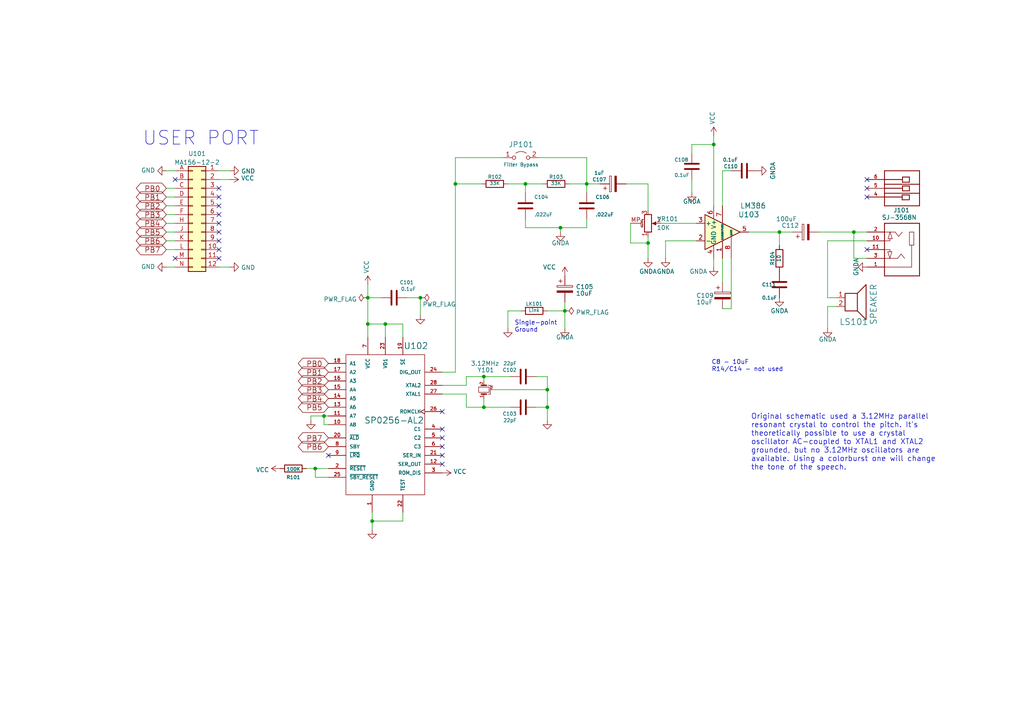
<source format=kicad_sch>
(kicad_sch (version 20211123) (generator eeschema)
  (paper "A4")
  (title_block (title "VIC1214Reloaded") (date "2022-07-16") (rev "1.0-001") (comment 1 "Speech processor board for the VIC-20") (comment 2 "Reusing the VIC-1214 designator, although not known if it was produced."))
  (lib_symbols
    (symbol "Amplifier_Audio:LM386" (pin_names (offset 0.127))
      (property "Reference" "U" (at 1.27 7.62 0))
      (property "Value" "LM386" (at 1.27 5.08 0))
      (symbol "LM386_0_1"
        (polyline (pts (xy 5.08 0) (xy -5.08 5.08) (xy -5.08 -5.08) (xy 5.08 0)) (stroke (width 0.254)) (fill (type background)))
      )
      (symbol "LM386_1_1"
        (pin input line (at 0 -7.62 90) (length 5.08) (name "GAIN") (number "1"))
        (pin input line (at -7.62 -2.54 0) (length 2.54) (name "-") (number "2"))
        (pin input line (at -7.62 2.54 0) (length 2.54) (name "+") (number "3"))
        (pin power_in line (at -2.54 -7.62 90) (length 3.81) (name "GND") (number "4"))
        (pin output line (at 7.62 0 180) (length 2.54) (name "~") (number "5"))
        (pin power_in line (at -2.54 7.62 270) (length 3.81) (name "V+") (number "6"))
        (pin input line (at 0 7.62 270) (length 5.08) (name "BYPASS") (number "7"))
        (pin input line (at 2.54 -7.62 90) (length 6.35) (name "GAIN") (number "8"))
      )
    )
    (symbol "Device:C" (pin_numbers hide) (pin_names (offset 0.254))
      (property "Reference" "C" (at 0.635 2.54 0))
      (property "Value" "C" (at 0.635 -2.54 0))
      (symbol "C_0_1"
        (polyline (pts (xy -2.032 -0.762) (xy 2.032 -0.762)) (stroke (width 0.508)))
        (polyline (pts (xy -2.032 0.762) (xy 2.032 0.762)) (stroke (width 0.508)))
      )
      (symbol "C_1_1"
        (pin passive line (at 0 3.81 270) (length 2.794) (name "~") (number "1"))
        (pin passive line (at 0 -3.81 90) (length 2.794) (name "~") (number "2"))
      )
    )
    (symbol "Device:C_Polarized" (pin_numbers hide) (pin_names (offset 0.254))
      (property "Reference" "C" (at 0.635 2.54 0))
      (property "Value" "C_Polarized" (at 0.635 -2.54 0))
      (symbol "C_Polarized_0_1"
        (rectangle (start -2.286 0.508) (end 2.286 1.016))
        (polyline (pts (xy -1.778 2.286) (xy -0.762 2.286)))
        (polyline (pts (xy -1.27 2.794) (xy -1.27 1.778)))
        (rectangle (start 2.286 -0.508) (end -2.286 -1.016) (fill (type outline)))
      )
      (symbol "C_Polarized_1_1"
        (pin passive line (at 0 3.81 270) (length 2.794) (name "~") (number "1"))
        (pin passive line (at 0 -3.81 90) (length 2.794) (name "~") (number "2"))
      )
    )
    (symbol "Device:Crystal_GND3_Small" (pin_names (offset 1.016) hide)
      (property "Reference" "Y" (at 0 5.08 0))
      (property "Value" "Crystal_GND3_Small" (at 0 3.175 0))
      (symbol "Crystal_GND3_Small_0_1"
        (rectangle (start -0.762 -1.524) (end 0.762 1.524))
        (polyline (pts (xy -1.27 -0.762) (xy -1.27 0.762)) (stroke (width 0.381)))
        (polyline (pts (xy 1.27 -0.762) (xy 1.27 0.762)) (stroke (width 0.381)))
        (polyline (pts (xy -1.27 -1.27) (xy -1.27 -1.905) (xy 1.27 -1.905) (xy 1.27 -1.27)))
      )
      (symbol "Crystal_GND3_Small_1_1"
        (pin passive line (at -2.54 0 0) (length 1.27) (name "1") (number "1"))
        (pin passive line (at 2.54 0 180) (length 1.27) (name "2") (number "2"))
        (pin passive line (at 0 -2.54 90) (length 0.635) (name "3") (number "3"))
      )
    )
    (symbol "Device:R" (pin_numbers hide) (pin_names (offset 0))
      (property "Reference" "R" (at 2.032 0 90))
      (property "Value" "R" (at 0 0 90))
      (symbol "R_0_1"
        (rectangle (start -1.016 -2.54) (end 1.016 2.54) (stroke (width 0.254)))
      )
      (symbol "R_1_1"
        (pin passive line (at 0 3.81 270) (length 1.27) (name "~") (number "1"))
        (pin passive line (at 0 -3.81 90) (length 1.27) (name "~") (number "2"))
      )
    )
    (symbol "Device:R_Potentiometer_MountingPin" (pin_names (offset 1.016) hide)
      (property "Reference" "RV" (at -8.255 0 90))
      (property "Value" "R_Potentiometer_MountingPin" (at -6.35 0 90))
      (symbol "R_Potentiometer_MountingPin_0_1"
        (polyline (pts (xy 2.54 0) (xy 1.524 0)))
        (polyline (pts (xy 1.143 0) (xy 2.286 0.508) (xy 2.286 -0.508)) (fill (type outline)))
        (rectangle (start 1.016 2.54) (end -1.016 -2.54) (stroke (width 0.254)))
      )
      (symbol "R_Potentiometer_MountingPin_1_1"
        (polyline (pts (xy -2.032 1.016) (xy -2.032 -1.016)) (stroke (width 0.1524)))
        (text "Mounting" (at -1.651 0 900) (effects (font (size 0.381 0.381))))
        (pin passive line (at 0 3.81 270) (length 1.27) (name "1") (number "1"))
        (pin passive line (at 3.81 0 180) (length 1.27) (name "2") (number "2"))
        (pin passive line (at 0 -3.81 90) (length 1.27) (name "3") (number "3"))
        (pin passive line (at -5.08 0 0) (length 3.048) (name "MountPin") (number "MP"))
      )
    )
    (symbol "Device:Speaker" (pin_names (offset 0) hide)
      (property "Reference" "LS" (at 1.27 5.715 0))
      (property "Value" "Speaker" (at 1.27 3.81 0))
      (symbol "Speaker_0_0"
        (rectangle (start -2.54 1.27) (end 1.016 -3.81) (stroke (width 0.254)))
        (polyline (pts (xy 1.016 1.27) (xy 3.556 3.81) (xy 3.556 -6.35) (xy 1.016 -3.81)) (stroke (width 0.254)))
      )
      (symbol "Speaker_1_1"
        (pin input line (at -5.08 0 0) (length 2.54) (name "1") (number "1"))
        (pin input line (at -5.08 -2.54 0) (length 2.54) (name "2") (number "2"))
      )
    )
    (symbol "Jumper:Jumper_2_Open" (pin_names (offset 0) hide)
      (property "Reference" "JP" (at 0 2.794 0))
      (property "Value" "Jumper_2_Open" (at 0 -2.286 0))
      (symbol "Jumper_2_Open_0_0"
        (circle (center -2.032 0) (radius 0.508))
        (circle (center 2.032 0) (radius 0.508))
      )
      (symbol "Jumper_2_Open_0_1"
        (arc (start 1.524 1.27) (mid 0 1.778) (end -1.524 1.27))
      )
      (symbol "Jumper_2_Open_1_1"
        (pin passive line (at -5.08 0 0) (length 2.54) (name "A") (number "1"))
        (pin passive line (at 5.08 0 180) (length 2.54) (name "B") (number "2"))
      )
    )
    (symbol "RAC_Custom2:MA156-12-2"
      (property "Reference" "U" (at 0 0 0))
      (property "Value" "MA156-12-2" (at 0 0 0))
      (symbol "MA156-12-2_1_1"
        (rectangle (start -2.54 2.667) (end -1.27 2.413) (stroke (width 0.1524)))
        (rectangle (start -2.54 5.207) (end -1.27 4.953) (stroke (width 0.1524)))
        (rectangle (start -2.54 7.747) (end -1.27 7.493) (stroke (width 0.1524)))
        (rectangle (start -2.54 10.287) (end -1.27 10.033) (stroke (width 0.1524)))
        (rectangle (start -2.54 12.827) (end -1.27 12.573) (stroke (width 0.1524)))
        (rectangle (start -2.54 15.367) (end -1.27 15.113) (stroke (width 0.1524)))
        (rectangle (start -2.54 17.907) (end -1.27 17.653) (stroke (width 0.1524)))
        (rectangle (start -2.54 20.447) (end -1.27 20.193) (stroke (width 0.1524)))
        (rectangle (start -2.54 22.987) (end -1.27 22.733) (stroke (width 0.1524)))
        (rectangle (start -2.54 25.527) (end -1.27 25.273) (stroke (width 0.1524)))
        (rectangle (start -2.54 28.067) (end -1.27 27.813) (stroke (width 0.1524)))
        (rectangle (start -2.54 30.607) (end -1.27 30.353) (stroke (width 0.1524)))
        (rectangle (start -2.54 31.75) (end 2.54 1.27) (stroke (width 0.254)) (fill (type background)))
        (rectangle (start 2.54 2.667) (end 1.27 2.413) (stroke (width 0.1524)))
        (rectangle (start 2.54 5.207) (end 1.27 4.953) (stroke (width 0.1524)))
        (rectangle (start 2.54 7.747) (end 1.27 7.493) (stroke (width 0.1524)))
        (rectangle (start 2.54 10.287) (end 1.27 10.033) (stroke (width 0.1524)))
        (rectangle (start 2.54 12.827) (end 1.27 12.573) (stroke (width 0.1524)))
        (rectangle (start 2.54 15.367) (end 1.27 15.113) (stroke (width 0.1524)))
        (rectangle (start 2.54 17.907) (end 1.27 17.653) (stroke (width 0.1524)))
        (rectangle (start 2.54 20.447) (end 1.27 20.193) (stroke (width 0.1524)))
        (rectangle (start 2.54 22.987) (end 1.27 22.733) (stroke (width 0.1524)))
        (rectangle (start 2.54 25.527) (end 1.27 25.273) (stroke (width 0.1524)))
        (rectangle (start 2.54 28.067) (end 1.27 27.813) (stroke (width 0.1524)))
        (rectangle (start 2.54 30.607) (end 1.27 30.353) (stroke (width 0.1524)))
        (pin passive line (at 6.35 30.48 180) (length 3.81) (name "") (number "1"))
        (pin passive line (at 6.35 7.62 180) (length 3.81) (name "") (number "10"))
        (pin passive line (at 6.35 5.08 180) (length 3.81) (name "") (number "11"))
        (pin passive line (at 6.35 2.54 180) (length 3.81) (name "") (number "12"))
        (pin passive line (at 6.35 27.94 180) (length 3.81) (name "") (number "2"))
        (pin passive line (at 6.35 25.4 180) (length 3.81) (name "") (number "3"))
        (pin passive line (at 6.35 22.86 180) (length 3.81) (name "") (number "4"))
        (pin passive line (at 6.35 20.32 180) (length 3.81) (name "") (number "5"))
        (pin passive line (at 6.35 17.78 180) (length 3.81) (name "") (number "6"))
        (pin passive line (at 6.35 15.24 180) (length 3.81) (name "") (number "7"))
        (pin passive line (at 6.35 12.7 180) (length 3.81) (name "") (number "8"))
        (pin passive line (at 6.35 10.16 180) (length 3.81) (name "") (number "9"))
        (pin passive line (at -6.35 30.48 0) (length 3.81) (name "") (number "A"))
        (pin passive line (at -6.35 27.94 0) (length 3.81) (name "") (number "B"))
        (pin passive line (at -6.35 25.4 0) (length 3.81) (name "") (number "C"))
        (pin passive line (at -6.35 22.86 0) (length 3.81) (name "") (number "D"))
        (pin passive line (at -6.35 20.32 0) (length 3.81) (name "") (number "E"))
        (pin passive line (at -6.35 17.78 0) (length 3.81) (name "") (number "F"))
        (pin passive line (at -6.35 15.24 0) (length 3.81) (name "") (number "H"))
        (pin passive line (at -6.35 12.7 0) (length 3.81) (name "") (number "J"))
        (pin passive line (at -6.35 10.16 0) (length 3.81) (name "") (number "K"))
        (pin passive line (at -6.35 7.62 0) (length 3.81) (name "") (number "L"))
        (pin passive line (at -6.35 5.08 0) (length 3.81) (name "") (number "M"))
        (pin passive line (at -6.35 2.54 0) (length 3.81) (name "") (number "N"))
      )
    )
    (symbol "RAC_Custom2:SP0256-AL2" (pin_names (offset 1.016))
      (property "Reference" "U2" (at 8.89 22.86 0))
      (property "Value" "SP0256-AL2" (at 2.54 1.27 0))
      (symbol "SP0256-AL2_0_0"
        (pin passive line (at -3.81 -25.4 90) (length 5.08) (name "GND") (number "1"))
        (pin input line (at -16.51 0 0) (length 5.08) (name "A8") (number "10"))
        (pin input line (at -16.51 2.54 0) (length 5.08) (name "A7") (number "11"))
        (pin output line (at 16.51 -11.43 180) (length 5.08) (name "SER_OUT") (number "12"))
        (pin passive line (at 5.08 25.4 270) (length 5.08) (name "SE") (number "19"))
        (pin passive line (at -16.51 -12.7 0) (length 5.08) (name "~{RESET}") (number "2"))
        (pin input line (at 16.51 -8.89 180) (length 5.08) (name "SER_IN") (number "21"))
        (pin passive line (at 5.08 -25.4 90) (length 5.08) (name "TEST") (number "22"))
        (pin passive line (at 0 25.4 270) (length 5.08) (name "VD1") (number "23"))
        (pin output line (at 16.51 15.24 180) (length 5.08) (name "DIG_OUT") (number "24"))
        (pin passive line (at -16.51 -15.24 0) (length 5.08) (name "~{SBY_RESET}") (number "25"))
        (pin output clock (at 16.51 3.81 180) (length 5.08) (name "ROMCLK") (number "26"))
        (pin passive line (at 16.51 8.89 180) (length 5.08) (name "XTAL1") (number "27"))
        (pin passive line (at 16.51 11.43 180) (length 5.08) (name "XTAL2") (number "28"))
        (pin input line (at 16.51 -13.97 180) (length 5.08) (name "ROM_DIS") (number "3"))
        (pin input line (at 16.51 -1.27 180) (length 5.08) (name "C1") (number "4"))
        (pin input line (at 16.51 -3.81 180) (length 5.08) (name "C2") (number "5"))
        (pin input line (at 16.51 -6.35 180) (length 5.08) (name "C3") (number "6"))
        (pin power_in line (at -5.08 25.4 270) (length 5.08) (name "VCC") (number "7"))
        (pin passive line (at -16.51 -6.35 0) (length 5.08) (name "SBY") (number "8"))
      )
      (symbol "SP0256-AL2_0_1"
        (rectangle (start -11.43 20.32) (end 11.43 -20.32))
      )
      (symbol "SP0256-AL2_1_1"
        (pin input line (at -16.51 5.08 0) (length 5.08) (name "A6") (number "13"))
        (pin input line (at -16.51 7.62 0) (length 5.08) (name "A5") (number "14"))
        (pin input line (at -16.51 10.16 0) (length 5.08) (name "A4") (number "15"))
        (pin input line (at -16.51 12.7 0) (length 5.08) (name "A3") (number "16"))
        (pin input line (at -16.51 15.24 0) (length 5.08) (name "A2") (number "17"))
        (pin input line (at -16.51 17.78 0) (length 5.08) (name "A1") (number "18"))
        (pin input line (at -16.51 -3.81 0) (length 5.08) (name "~{ALD}") (number "20"))
        (pin input line (at -16.51 -8.89 0) (length 5.08) (name "~{LRQ}") (number "9"))
      )
    )
    (symbol "SJ-3568N:SJ-3568N" (pin_names (offset 1.016) hide)
      (property "Reference" "J" (at -5.1054 15.9004 0))
      (property "Value" "SJ-3568N" (at -5.1054 -17.8308 0))
      (symbol "SJ-3568N_0_0"
        (polyline (pts (xy -5.1054 -8.7122) (xy 5.0038 -8.7122)) (stroke (width 0.254)))
        (polyline (pts (xy -5.08 -15.24) (xy 5.08 -15.24)) (stroke (width 0.254)))
        (polyline (pts (xy -5.08 -5.08) (xy -5.08 -15.24)) (stroke (width 0.254)))
        (polyline (pts (xy -5.08 0) (xy 5.08 0)) (stroke (width 0.254)))
        (polyline (pts (xy -5.08 15.24) (xy -5.08 0)) (stroke (width 0.254)))
        (polyline (pts (xy -3.429 2.54) (xy -2.159 2.54)) (stroke (width 0.1524)))
        (polyline (pts (xy -3.429 6.35) (xy -3.429 2.54)) (stroke (width 0.1524)))
        (polyline (pts (xy -2.794 6.35) (xy -3.429 6.35)) (stroke (width 0.1524)))
        (polyline (pts (xy -2.794 6.35) (xy -2.794 12.7)) (stroke (width 0.1524)))
        (polyline (pts (xy -2.794 12.7) (xy 5.08 12.7)) (stroke (width 0.1524)))
        (polyline (pts (xy -2.159 2.54) (xy -2.159 6.35)) (stroke (width 0.1524)))
        (polyline (pts (xy -2.159 6.35) (xy -2.794 6.35)) (stroke (width 0.1524)))
        (polyline (pts (xy -2.1336 -13.4112) (xy -2.1336 -11.9126)) (stroke (width 0.254)))
        (polyline (pts (xy -2.1336 -11.9126) (xy -0.1524 -11.9126)) (stroke (width 0.254)))
        (polyline (pts (xy -2.1336 -10.8204) (xy -2.1336 -9.4234)) (stroke (width 0.254)))
        (polyline (pts (xy -2.1336 -9.4234) (xy -0.1524 -9.4234)) (stroke (width 0.254)))
        (polyline (pts (xy -2.1336 -6.8326) (xy -2.1336 -8.2296)) (stroke (width 0.254)))
        (polyline (pts (xy -2.032 -8.2296) (xy -0.0508 -8.2296)) (stroke (width 0.254)))
        (polyline (pts (xy -0.1524 -13.4112) (xy -2.1336 -13.4112)) (stroke (width 0.254)))
        (polyline (pts (xy -0.1524 -11.9126) (xy -0.1524 -13.4112)) (stroke (width 0.254)))
        (polyline (pts (xy -0.1524 -10.8204) (xy -2.1336 -10.8204)) (stroke (width 0.254)))
        (polyline (pts (xy -0.1524 -9.4234) (xy -0.1524 -10.8204)) (stroke (width 0.254)))
        (polyline (pts (xy -0.0762 2.54) (xy 0.9652 3.81)) (stroke (width 0.1524)))
        (polyline (pts (xy -0.0508 -8.2296) (xy -0.0508 -6.8326)) (stroke (width 0.254)))
        (polyline (pts (xy -0.0508 -6.8326) (xy -2.032 -6.8326)) (stroke (width 0.254)))
        (polyline (pts (xy 0 -12.7) (xy 5.08 -12.7)) (stroke (width 0.254)))
        (polyline (pts (xy 0 -10.16) (xy 5.08 -10.16)) (stroke (width 0.254)))
        (polyline (pts (xy 0 -7.62) (xy 5.08 -7.62)) (stroke (width 0.254)))
        (polyline (pts (xy 0.254 8.89) (xy -0.762 10.16)) (stroke (width 0.1524)))
        (polyline (pts (xy 0.9652 3.81) (xy 1.9812 2.54)) (stroke (width 0.1524)))
        (polyline (pts (xy 1.27 10.16) (xy 0.254 8.89)) (stroke (width 0.1524)))
        (polyline (pts (xy 2.8448 4.4704) (xy 3.4544 2.54)) (stroke (width 0.1524)))
        (polyline (pts (xy 2.8448 4.4704) (xy 4.0386 4.4704)) (stroke (width 0.1524)))
        (polyline (pts (xy 2.9464 8.2296) (xy 3.5052 10.1346)) (stroke (width 0.1524)))
        (polyline (pts (xy 3.4798 2.5654) (xy 3.4798 2.54)) (stroke (width 0.1524)))
        (polyline (pts (xy 3.4798 7.62) (xy 3.4798 8.2296)) (stroke (width 0.1524)))
        (polyline (pts (xy 3.5052 5.08) (xy 3.5052 4.4704)) (stroke (width 0.1524)))
        (polyline (pts (xy 3.5052 5.08) (xy 5.08 5.08)) (stroke (width 0.1524)))
        (polyline (pts (xy 3.5052 7.62) (xy 5.08 7.62)) (stroke (width 0.1524)))
        (polyline (pts (xy 3.5052 10.1346) (xy 3.5052 10.16)) (stroke (width 0.1524)))
        (polyline (pts (xy 4.0386 4.4704) (xy 3.4798 2.5654)) (stroke (width 0.1524)))
        (polyline (pts (xy 4.1402 8.2296) (xy 2.9464 8.2296)) (stroke (width 0.1524)))
        (polyline (pts (xy 4.1402 8.2296) (xy 3.5306 10.16)) (stroke (width 0.1524)))
        (polyline (pts (xy 5.08 -15.24) (xy 5.08 -12.7)) (stroke (width 0.254)))
        (polyline (pts (xy 5.08 -12.7) (xy 5.08 -10.16)) (stroke (width 0.254)))
        (polyline (pts (xy 5.08 -10.16) (xy 5.08 -7.62)) (stroke (width 0.254)))
        (polyline (pts (xy 5.08 -7.62) (xy 5.08 -5.08)) (stroke (width 0.254)))
        (polyline (pts (xy 5.08 -5.08) (xy -5.08 -5.08)) (stroke (width 0.254)))
        (polyline (pts (xy 5.08 2.54) (xy 1.9812 2.54)) (stroke (width 0.1524)))
        (polyline (pts (xy 5.08 2.54) (xy 5.08 0)) (stroke (width 0.254)))
        (polyline (pts (xy 5.08 7.62) (xy 5.08 2.54)) (stroke (width 0.254)))
        (polyline (pts (xy 5.08 10.16) (xy 1.27 10.16)) (stroke (width 0.1524)))
        (polyline (pts (xy 5.08 15.24) (xy -5.08 15.24)) (stroke (width 0.254)))
        (polyline (pts (xy 5.08 15.24) (xy 5.08 7.62)) (stroke (width 0.254)))
        (polyline (pts (xy 5.1054 -11.3284) (xy -5.1054 -11.3284)) (stroke (width 0.254)))
        (pin passive line (at 10.16 12.7 180) (length 5.08) (name "~") (number "1"))
        (pin passive line (at 10.16 5.08 180) (length 5.08) (name "~") (number "10"))
        (pin passive line (at 10.16 7.62 180) (length 5.08) (name "~") (number "11"))
        (pin passive line (at 10.16 2.54 180) (length 5.08) (name "~") (number "2"))
        (pin passive line (at 10.16 10.16 180) (length 5.08) (name "~") (number "3"))
        (pin passive line (at 10.16 -7.62 180) (length 5.08) (name "~") (number "4"))
        (pin passive line (at 10.16 -10.16 180) (length 5.08) (name "~") (number "5"))
        (pin passive line (at 10.16 -12.7 180) (length 5.08) (name "~") (number "6"))
      )
    )
    (symbol "power:GND" (power) (pin_names (offset 0))
      (property "Value" "GND" (at 0 -3.81 0))
      (symbol "GND_0_1"
        (polyline (pts (xy 0 0) (xy 0 -1.27) (xy 1.27 -1.27) (xy 0 -2.54) (xy -1.27 -1.27) (xy 0 -1.27)))
      )
      (symbol "GND_1_1"
        (pin power_in line (at 0 0 270) (length 0) hide (name "GND") (number "1"))
      )
    )
    (symbol "power:GNDA" (power) (pin_names (offset 0))
      (property "Value" "GNDA" (at 0 -3.81 0))
      (symbol "GNDA_0_1"
        (polyline (pts (xy 0 0) (xy 0 -1.27) (xy 1.27 -1.27) (xy 0 -2.54) (xy -1.27 -1.27) (xy 0 -1.27)))
      )
      (symbol "GNDA_1_1"
        (pin power_in line (at 0 0 270) (length 0) hide (name "GNDA") (number "1"))
      )
    )
    (symbol "power:PWR_FLAG" (power) (pin_numbers hide) (pin_names (offset 0) hide)
      (property "Value" "PWR_FLAG" (at 0 3.81 0))
      (symbol "PWR_FLAG_0_0"
        (pin power_out line (at 0 0 90) (length 0) (name "pwr") (number "1"))
      )
      (symbol "PWR_FLAG_0_1"
        (polyline (pts (xy 0 0) (xy 0 1.27) (xy -1.016 1.905) (xy 0 2.54) (xy 1.016 1.905) (xy 0 1.27)))
      )
    )
    (symbol "power:VCC" (power) (pin_names (offset 0))
      (property "Value" "VCC" (at 0 3.81 0))
      (symbol "VCC_0_1"
        (polyline (pts (xy -0.762 1.27) (xy 0 2.54)))
        (polyline (pts (xy 0 0) (xy 0 2.54)))
        (polyline (pts (xy 0 2.54) (xy 0.762 1.27)))
      )
      (symbol "VCC_1_1"
        (pin power_in line (at 0 0 90) (length 0) hide (name "VCC") (number "1"))
      )
    )
  )
  (junction (at 140.335 118.11))
  (junction (at 106.68 86.36))
  (junction (at 170.18 53.34))
  (junction (at 106.68 93.98))
  (junction (at 158.75 113.03))
  (junction (at 226.06 67.31))
  (junction (at 247.65 67.31))
  (junction (at 152.4 53.34))
  (junction (at 93.98 120.65))
  (junction (at 162.56 66.04))
  (junction (at 107.95 151.13))
  (junction (at 187.96 70.485))
  (junction (at 132.08 53.34))
  (junction (at 140.335 109.22))
  (junction (at 91.44 135.89))
  (junction (at 111.76 93.98))
  (junction (at 158.75 118.11))
  (junction (at 207.01 41.91))
  (junction (at 163.83 90.17))
  (junction (at 121.92 86.36))
  (no_connect (at 63.5 69.85))
  (no_connect (at 63.5 64.77))
  (no_connect (at 63.5 62.23))
  (no_connect (at 63.5 67.31))
  (no_connect (at 63.5 57.15))
  (no_connect (at 63.5 54.61))
  (no_connect (at 63.5 59.69))
  (no_connect (at 50.8 74.93))
  (no_connect (at 50.8 52.07))
  (no_connect (at 251.46 72.39))
  (no_connect (at 251.46 57.15))
  (no_connect (at 63.5 72.39))
  (no_connect (at 63.5 74.93))
  (no_connect (at 128.27 134.62))
  (no_connect (at 128.27 127))
  (no_connect (at 128.27 129.54))
  (no_connect (at 128.27 132.08))
  (no_connect (at 128.27 119.38))
  (no_connect (at 128.27 124.46))
  (no_connect (at 251.46 52.07))
  (no_connect (at 251.46 54.61))
  (no_connect (at 95.25 132.08))
  (wire (pts (xy 158.75 90.17) (xy 163.83 90.17)))
  (wire (pts (xy 207.01 41.91) (xy 200.66 41.91)))
  (wire (pts (xy 132.08 45.72) (xy 132.08 53.34)))
  (wire (pts (xy 132.08 53.34) (xy 132.08 107.95)))
  (wire (pts (xy 163.83 87.63) (xy 163.83 90.17)))
  (wire (pts (xy 170.18 45.72) (xy 170.18 53.34)))
  (wire (pts (xy 147.32 90.17) (xy 147.32 95.25)))
  (wire (pts (xy 240.03 69.85) (xy 240.03 86.36)))
  (wire (pts (xy 48.26 69.85) (xy 50.8 69.85)))
  (wire (pts (xy 135.255 109.22) (xy 140.335 109.22)))
  (wire (pts (xy 212.09 74.93) (xy 212.09 89.535)))
  (wire (pts (xy 158.75 109.22) (xy 158.75 113.03)))
  (wire (pts (xy 162.56 66.04) (xy 170.18 66.04)))
  (wire (pts (xy 158.75 118.11) (xy 158.75 121.92)))
  (wire (pts (xy 200.66 41.91) (xy 200.66 44.45)))
  (wire (pts (xy 247.65 74.93) (xy 251.46 74.93)))
  (wire (pts (xy 132.08 107.95) (xy 128.27 107.95)))
  (wire (pts (xy 91.44 138.43) (xy 91.44 135.89)))
  (wire (pts (xy 193.04 69.85) (xy 201.93 69.85)))
  (wire (pts (xy 66.675 77.47) (xy 63.5 77.47)))
  (wire (pts (xy 152.4 53.34) (xy 152.4 55.88)))
  (wire (pts (xy 135.255 118.11) (xy 140.335 118.11)))
  (wire (pts (xy 209.55 49.53) (xy 212.09 49.53)))
  (wire (pts (xy 50.8 67.31) (xy 48.26 67.31)))
  (wire (pts (xy 135.255 111.76) (xy 135.255 109.22)))
  (wire (pts (xy 128.27 111.76) (xy 135.255 111.76)))
  (wire (pts (xy 187.96 68.58) (xy 187.96 70.485)))
  (wire (pts (xy 226.06 67.31) (xy 229.87 67.31)))
  (wire (pts (xy 182.88 64.77) (xy 182.88 70.485)))
  (wire (pts (xy 48.26 64.77) (xy 50.8 64.77)))
  (wire (pts (xy 155.575 118.11) (xy 158.75 118.11)))
  (wire (pts (xy 107.95 148.59) (xy 107.95 151.13)))
  (wire (pts (xy 111.76 93.98) (xy 116.84 93.98)))
  (wire (pts (xy 48.26 49.53) (xy 50.8 49.53)))
  (wire (pts (xy 147.32 53.34) (xy 152.4 53.34)))
  (wire (pts (xy 106.68 86.36) (xy 110.49 86.36)))
  (wire (pts (xy 240.03 88.9) (xy 240.03 95.25)))
  (wire (pts (xy 170.18 53.34) (xy 173.99 53.34)))
  (wire (pts (xy 107.95 151.13) (xy 107.95 153.67)))
  (wire (pts (xy 118.11 86.36) (xy 121.92 86.36)))
  (wire (pts (xy 207.01 39.37) (xy 207.01 41.91)))
  (wire (pts (xy 111.76 97.79) (xy 111.76 93.98)))
  (wire (pts (xy 106.68 82.55) (xy 106.68 86.36)))
  (wire (pts (xy 106.68 93.98) (xy 106.68 97.79)))
  (wire (pts (xy 135.255 114.3) (xy 135.255 118.11)))
  (wire (pts (xy 240.03 86.36) (xy 242.57 86.36)))
  (wire (pts (xy 116.84 151.13) (xy 116.84 148.59)))
  (wire (pts (xy 226.06 67.31) (xy 226.06 71.12)))
  (wire (pts (xy 48.26 54.61) (xy 50.8 54.61)))
  (wire (pts (xy 209.55 74.93) (xy 209.55 81.915)))
  (wire (pts (xy 207.01 41.91) (xy 207.01 59.69)))
  (wire (pts (xy 106.68 86.36) (xy 106.68 93.98)))
  (wire (pts (xy 50.8 72.39) (xy 48.26 72.39)))
  (wire (pts (xy 165.1 53.34) (xy 170.18 53.34)))
  (wire (pts (xy 200.66 52.07) (xy 200.66 55.88)))
  (wire (pts (xy 155.575 109.22) (xy 158.75 109.22)))
  (wire (pts (xy 217.17 67.31) (xy 226.06 67.31)))
  (wire (pts (xy 88.9 135.89) (xy 91.44 135.89)))
  (wire (pts (xy 93.98 120.65) (xy 93.98 123.19)))
  (wire (pts (xy 152.4 53.34) (xy 157.48 53.34)))
  (wire (pts (xy 107.95 151.13) (xy 116.84 151.13)))
  (wire (pts (xy 48.26 77.47) (xy 50.8 77.47)))
  (wire (pts (xy 48.26 59.69) (xy 50.8 59.69)))
  (wire (pts (xy 170.18 53.34) (xy 170.18 55.88)))
  (wire (pts (xy 140.335 109.22) (xy 147.955 109.22)))
  (wire (pts (xy 90.17 121.92) (xy 90.17 120.65)))
  (wire (pts (xy 237.49 67.31) (xy 247.65 67.31)))
  (wire (pts (xy 158.75 113.03) (xy 158.75 118.11)))
  (wire (pts (xy 50.8 62.23) (xy 48.26 62.23)))
  (wire (pts (xy 240.03 69.85) (xy 251.46 69.85)))
  (wire (pts (xy 142.875 113.03) (xy 158.75 113.03)))
  (wire (pts (xy 90.17 120.65) (xy 93.98 120.65)))
  (wire (pts (xy 106.68 93.98) (xy 111.76 93.98)))
  (wire (pts (xy 140.335 109.22) (xy 140.335 110.49)))
  (wire (pts (xy 152.4 63.5) (xy 152.4 66.04)))
  (wire (pts (xy 140.335 118.11) (xy 147.955 118.11)))
  (wire (pts (xy 152.4 66.04) (xy 162.56 66.04)))
  (wire (pts (xy 191.77 64.77) (xy 201.93 64.77)))
  (wire (pts (xy 170.18 63.5) (xy 170.18 66.04)))
  (wire (pts (xy 132.08 45.72) (xy 146.05 45.72)))
  (wire (pts (xy 147.32 90.17) (xy 151.13 90.17)))
  (wire (pts (xy 128.27 114.3) (xy 135.255 114.3)))
  (wire (pts (xy 187.96 70.485) (xy 187.96 74.93)))
  (wire (pts (xy 93.98 123.19) (xy 95.25 123.19)))
  (wire (pts (xy 93.98 120.65) (xy 95.25 120.65)))
  (wire (pts (xy 181.61 53.34) (xy 187.96 53.34)))
  (wire (pts (xy 91.44 135.89) (xy 95.25 135.89)))
  (wire (pts (xy 63.5 52.07) (xy 66.675 52.07)))
  (wire (pts (xy 50.8 57.15) (xy 48.26 57.15)))
  (wire (pts (xy 121.92 86.36) (xy 121.92 91.44)))
  (wire (pts (xy 187.96 53.34) (xy 187.96 60.96)))
  (wire (pts (xy 91.44 138.43) (xy 95.25 138.43)))
  (wire (pts (xy 156.21 45.72) (xy 170.18 45.72)))
  (wire (pts (xy 132.08 53.34) (xy 139.7 53.34)))
  (wire (pts (xy 66.675 49.53) (xy 63.5 49.53)))
  (wire (pts (xy 207.01 74.93) (xy 207.01 77.47)))
  (wire (pts (xy 163.83 90.17) (xy 163.83 95.25)))
  (wire (pts (xy 162.56 66.04) (xy 162.56 67.31)))
  (wire (pts (xy 116.84 93.98) (xy 116.84 97.79)))
  (wire (pts (xy 182.88 70.485) (xy 187.96 70.485)))
  (wire (pts (xy 242.57 88.9) (xy 240.03 88.9)))
  (wire (pts (xy 140.335 115.57) (xy 140.335 118.11)))
  (wire (pts (xy 247.65 67.31) (xy 247.65 74.93)))
  (wire (pts (xy 193.04 69.85) (xy 193.04 74.93)))
  (wire (pts (xy 209.55 49.53) (xy 209.55 59.69)))
  (wire (pts (xy 247.65 67.31) (xy 251.46 67.31)))
  (wire (pts (xy 212.09 89.535) (xy 209.55 89.535)))
  (text "Original schematic used a 3.12MHz parallel\nresonant crystal to control the pitch. It's\ntheoretically possible to use a crystal\noscillator AC-coupled to XTAL1 and XTAL2\ngrounded, but no 3.12MHz oscillators are\navailable. Using a colorburst one will change\nthe tone of the speech." (at 217.805 136.525 0) (effects (font (size 1.524 1.524)) (justify left bottom)))
  (text "C8 - 10uF\nR14/C14 - not used" (at 206.375 107.95 0) (effects (font (size 1.27 1.27)) (justify left bottom)))
  (text "Single-point\nGround" (at 149.225 96.52 0) (effects (font (size 1.27 1.27)) (justify left bottom)))
  (text "USER PORT" (at 41.275 42.545 0) (effects (font (size 3.9878 3.9878)) (justify left bottom)))
  (global_label "PB3" (shape bidirectional) (at 95.25 113.03 180) (effects (font (size 1.524 1.524))) (property "Intersheet References" "${INTERSHEET_REFS}" (effects hide)))
  (global_label "PB1" (shape bidirectional) (at 48.26 57.15 180) (effects (font (size 1.524 1.524))) (property "Intersheet References" "${INTERSHEET_REFS}" (effects hide)))
  (global_label "PB3" (shape bidirectional) (at 48.26 62.23 180) (effects (font (size 1.524 1.524))) (property "Intersheet References" "${INTERSHEET_REFS}" (effects hide)))
  (global_label "PB6" (shape bidirectional) (at 48.26 69.85 180) (effects (font (size 1.524 1.524))) (property "Intersheet References" "${INTERSHEET_REFS}" (effects hide)))
  (global_label "PB0" (shape bidirectional) (at 48.26 54.61 180) (effects (font (size 1.524 1.524))) (property "Intersheet References" "${INTERSHEET_REFS}" (effects hide)))
  (global_label "PB4" (shape bidirectional) (at 95.25 115.57 180) (effects (font (size 1.524 1.524))) (property "Intersheet References" "${INTERSHEET_REFS}" (effects hide)))
  (global_label "PB7" (shape bidirectional) (at 95.25 127 180) (effects (font (size 1.524 1.524))) (property "Intersheet References" "${INTERSHEET_REFS}" (effects hide)))
  (global_label "PB6" (shape bidirectional) (at 95.25 129.54 180) (effects (font (size 1.524 1.524))) (property "Intersheet References" "${INTERSHEET_REFS}" (effects hide)))
  (global_label "PB5" (shape bidirectional) (at 95.25 118.11 180) (effects (font (size 1.524 1.524))) (property "Intersheet References" "${INTERSHEET_REFS}" (effects hide)))
  (global_label "PB0" (shape bidirectional) (at 95.25 105.41 180) (effects (font (size 1.524 1.524))) (property "Intersheet References" "${INTERSHEET_REFS}" (effects hide)))
  (global_label "PB2" (shape bidirectional) (at 95.25 110.49 180) (effects (font (size 1.524 1.524))) (property "Intersheet References" "${INTERSHEET_REFS}" (effects hide)))
  (global_label "PB4" (shape bidirectional) (at 48.26 64.77 180) (effects (font (size 1.524 1.524))) (property "Intersheet References" "${INTERSHEET_REFS}" (effects hide)))
  (global_label "PB7" (shape bidirectional) (at 48.26 72.39 180) (effects (font (size 1.524 1.524))) (property "Intersheet References" "${INTERSHEET_REFS}" (effects hide)))
  (global_label "PB1" (shape bidirectional) (at 95.25 107.95 180) (effects (font (size 1.524 1.524))) (property "Intersheet References" "${INTERSHEET_REFS}" (effects hide)))
  (global_label "PB2" (shape bidirectional) (at 48.26 59.69 180) (effects (font (size 1.524 1.524))) (property "Intersheet References" "${INTERSHEET_REFS}" (effects hide)))
  (global_label "PB5" (shape bidirectional) (at 48.26 67.31 180) (effects (font (size 1.524 1.524))) (property "Intersheet References" "${INTERSHEET_REFS}" (effects hide)))
  (symbol (lib_id "RAC_Custom2:SP0256-AL2") (at 111.76 123.19 0) (unit 1)
    (property "Reference" "U102" (at 120.65 100.33 0) (effects (font (size 1.778 1.778))))
    (property "Value" "SP0256-AL2" (at 114.3 121.92 0) (effects (font (size 1.778 1.778))))
    (property "Footprint" "Package_DIP:DIP-28_W15.24mm_Socket" (effects hide))
  )
  (symbol (lib_id "Device:R") (at 143.51 53.34 90) (unit 1)
    (property "Reference" "R102" (at 143.51 51.308 90) (effects (font (size 1.016 1.016))))
    (property "Value" "33K" (at 143.4846 53.1622 90) (effects (font (size 1.016 1.016))))
    (property "Footprint" "Resistor_THT:R_Axial_DIN0207_L6.3mm_D2.5mm_P7.62mm_Horizontal" (effects hide))
  )
  (symbol (lib_id "Device:R") (at 161.29 53.34 90) (unit 1)
    (property "Reference" "R103" (at 161.29 51.308 90) (effects (font (size 1.016 1.016))))
    (property "Value" "33K" (at 161.2646 53.1622 90) (effects (font (size 1.016 1.016))))
    (property "Footprint" "Resistor_THT:R_Axial_DIN0207_L6.3mm_D2.5mm_P7.62mm_Horizontal" (effects hide))
  )
  (symbol (lib_id "Device:C") (at 152.4 59.69 0) (unit 1)
    (property "Reference" "C104" (at 154.94 57.15 0) (effects (font (size 1.016 1.016)) (justify left)))
    (property "Value" ".022uF" (at 154.94 62.23 0) (effects (font (size 1.016 1.016)) (justify left)))
    (property "Footprint" "Capacitor_THT:C_Disc_D7.0mm_W2.5mm_P5.00mm" (effects hide))
  )
  (symbol (lib_id "Device:C") (at 170.18 59.69 0) (unit 1)
    (property "Reference" "C106" (at 172.72 57.15 0) (effects (font (size 1.016 1.016)) (justify left)))
    (property "Value" ".022uF" (at 172.72 62.23 0) (effects (font (size 1.016 1.016)) (justify left)))
    (property "Footprint" "Capacitor_THT:C_Disc_D7.0mm_W2.5mm_P5.00mm" (effects hide))
  )
  (symbol (lib_id "Device:C_Polarized") (at 177.8 53.34 90) (unit 1)
    (property "Reference" "C107" (at 175.895 52.07 90) (effects (font (size 1.016 1.016)) (justify left)))
    (property "Value" "1uF" (at 175.26 50.165 90) (effects (font (size 1.016 1.016)) (justify left)))
    (property "Footprint" "Capacitor_THT:CP_Radial_D6.3mm_P2.50mm" (effects hide))
  )
  (symbol (lib_id "Jumper:Jumper_2_Open") (at 151.13 45.72 0) (unit 1)
    (property "Reference" "JP101" (at 151.13 41.91 0) (effects (font (size 1.524 1.524))))
    (property "Value" "Filter Bypass" (at 151.13 47.752 0) (effects (font (size 1.016 1.016))))
    (property "Footprint" "Connector_PinHeader_2.54mm:PinHeader_1x02_P2.54mm_Vertical" (effects hide))
  )
  (symbol (lib_id "Amplifier_Audio:LM386") (at 209.55 67.31 0) (unit 1)
    (property "Reference" "U103" (at 217.17 62.23 0) (effects (font (size 1.524 1.524))))
    (property "Value" "LM386" (at 218.44 59.69 0) (effects (font (size 1.524 1.524))))
    (property "Footprint" "Package_DIP:DIP-8_W7.62mm_Socket" (effects hide))
    (property "Datasheet" "http://www.ti.com/lit/ds/symlink/lm386.pdf" (effects hide))
  )
  (symbol (lib_id "Device:C") (at 215.9 49.53 90) (unit 1)
    (property "Reference" "C110" (at 213.995 48.26 90) (effects (font (size 1.016 1.016)) (justify left)))
    (property "Value" "0.1uF" (at 213.995 46.355 90) (effects (font (size 1.016 1.016)) (justify left)))
    (property "Footprint" "Capacitor_THT:C_Disc_D5.0mm_W2.5mm_P5.00mm" (effects hide))
  )
  (symbol (lib_id "Device:C") (at 226.06 82.55 0) (unit 1)
    (property "Reference" "C111" (at 220.98 82.55 0) (effects (font (size 1.016 1.016)) (justify left)))
    (property "Value" "0.1uF" (at 220.98 86.36 0) (effects (font (size 1.016 1.016)) (justify left)))
    (property "Footprint" "Capacitor_THT:C_Disc_D5.0mm_W2.5mm_P5.00mm" (effects hide))
  )
  (symbol (lib_id "Device:R") (at 226.06 74.93 180) (unit 1)
    (property "Reference" "R104" (at 224.028 74.93 90) (effects (font (size 1.016 1.016))))
    (property "Value" "10" (at 225.8822 74.9554 90) (effects (font (size 1.016 1.016))))
    (property "Footprint" "Resistor_THT:R_Axial_DIN0207_L6.3mm_D2.5mm_P7.62mm_Horizontal" (effects hide))
  )
  (symbol (lib_id "Device:C_Polarized") (at 233.68 67.31 90) (unit 1)
    (property "Reference" "C112" (at 231.775 65.405 90) (effects (justify left)))
    (property "Value" "100uF" (at 231.14 63.5 90) (effects (justify left)))
    (property "Footprint" "Capacitor_THT:CP_Radial_D6.3mm_P2.50mm" (effects hide))
  )
  (symbol (lib_id "Device:Speaker") (at 247.65 86.36 0) (unit 1)
    (property "Reference" "LS101" (at 247.65 93.345 0) (effects (font (size 1.778 1.778))))
    (property "Value" "SPEAKER" (at 253.365 88.265 90) (effects (font (size 1.778 1.778))))
    (property "Footprint" "Connector_PinHeader_2.54mm:PinHeader_1x02_P2.54mm_Vertical" (effects hide))
  )
  (symbol (lib_id "Device:C_Polarized") (at 209.55 85.725 0) (unit 1)
    (property "Reference" "C109" (at 201.93 85.725 0) (effects (justify left)))
    (property "Value" "10uF" (at 201.93 87.63 0) (effects (justify left)))
    (property "Footprint" "Capacitor_THT:CP_Radial_D6.3mm_P2.50mm" (effects hide))
  )
  (symbol (lib_id "Device:C") (at 200.66 48.26 0) (unit 1)
    (property "Reference" "C108" (at 195.58 46.355 0) (effects (font (size 1.016 1.016)) (justify left)))
    (property "Value" "0.1uF" (at 195.58 50.8 0) (effects (font (size 1.016 1.016)) (justify left)))
    (property "Footprint" "Capacitor_THT:C_Disc_D5.0mm_W2.5mm_P5.00mm" (effects hide))
  )
  (symbol (lib_id "Device:R_Potentiometer_MountingPin") (at 187.96 64.77 0) (mirror x) (unit 1)
    (property "Reference" "VR101" (at 193.675 63.5 0))
    (property "Value" "10K" (at 192.405 66.04 0))
    (property "Footprint" "Potentiometer_THT:Potentiometer_Alps_RK09L_Single_Horizontal" (effects hide))
  )
  (symbol (lib_id "Device:C") (at 151.765 109.22 90) (unit 1)
    (property "Reference" "C102" (at 149.86 107.315 90) (effects (font (size 1.016 1.016)) (justify left)))
    (property "Value" "22pF" (at 149.86 105.41 90) (effects (font (size 1.016 1.016)) (justify left)))
    (property "Footprint" "Capacitor_THT:C_Disc_D5.0mm_W2.5mm_P5.00mm" (effects hide))
  )
  (symbol (lib_id "power:GND") (at 107.95 153.67 0) (mirror y) (unit 1)
    (property "Reference" "#PWR0109" (effects hide))
    (property "Value" "GND" (effects hide))
  )
  (symbol (lib_id "Device:C") (at 114.3 86.36 90) (unit 1)
    (property "Reference" "C101" (at 120.015 81.915 90) (effects (font (size 1.016 1.016)) (justify left)))
    (property "Value" "0.1uF" (at 120.65 83.82 90) (effects (font (size 1.016 1.016)) (justify left)))
    (property "Footprint" "Capacitor_THT:C_Disc_D5.0mm_W2.5mm_P5.00mm" (effects hide))
  )
  (symbol (lib_id "power:GND") (at 121.92 91.44 0) (mirror y) (unit 1)
    (property "Reference" "#PWR0110" (effects hide))
    (property "Value" "GND" (effects hide))
  )
  (symbol (lib_id "power:GND") (at 147.32 95.25 0) (mirror y) (unit 1)
    (property "Reference" "#PWR0112" (effects hide))
    (property "Value" "GND" (effects hide))
  )
  (symbol (lib_id "power:GND") (at 90.17 121.92 0) (unit 1)
    (property "Reference" "#PWR0107" (effects hide))
    (property "Value" "GND" (effects hide))
  )
  (symbol (lib_id "power:GNDA") (at 219.71 49.53 90) (unit 1)
    (property "Reference" "#PWR0122" (effects hide))
    (property "Value" "AGND" (at 224.155 49.53 0))
  )
  (symbol (lib_id "power:GNDA") (at 226.06 86.36 0) (unit 1)
    (property "Reference" "#PWR0123" (effects hide))
    (property "Value" "AGND" (at 226.06 90.17 0))
  )
  (symbol (lib_id "power:GNDA") (at 240.03 95.25 0) (unit 1)
    (property "Reference" "#PWR0124" (effects hide))
    (property "Value" "AGND" (at 240.03 98.425 0))
  )
  (symbol (lib_id "power:GNDA") (at 251.46 77.47 270) (unit 1)
    (property "Reference" "#PWR0125" (effects hide))
    (property "Value" "AGND" (at 248.285 77.47 0))
  )
  (symbol (lib_id "power:GNDA") (at 207.01 77.47 0) (unit 1)
    (property "Reference" "#PWR0121" (effects hide))
    (property "Value" "AGND" (at 202.565 78.74 0))
  )
  (symbol (lib_id "power:GNDA") (at 200.66 55.88 0) (unit 1)
    (property "Reference" "#PWR0119" (effects hide))
    (property "Value" "AGND" (at 200.66 58.42 0))
  )
  (symbol (lib_id "power:GNDA") (at 193.04 74.93 0) (unit 1)
    (property "Reference" "#PWR0118" (effects hide))
    (property "Value" "AGND" (at 193.04 78.74 0))
  )
  (symbol (lib_id "power:GNDA") (at 187.96 74.93 0) (unit 1)
    (property "Reference" "#PWR0117" (effects hide))
    (property "Value" "AGND" (at 187.96 78.74 0))
  )
  (symbol (lib_id "power:GNDA") (at 162.56 67.31 0) (unit 1)
    (property "Reference" "#PWR0114" (effects hide))
    (property "Value" "AGND" (at 162.56 70.485 0))
  )
  (symbol (lib_id "Device:R") (at 154.94 90.17 90) (unit 1)
    (property "Reference" "LK101" (at 154.94 88.138 90) (effects (font (size 1.016 1.016))))
    (property "Value" "Link" (at 154.9146 89.9922 90) (effects (font (size 1.016 1.016))))
    (property "Footprint" "Resistor_THT:R_Axial_DIN0207_L6.3mm_D2.5mm_P7.62mm_Horizontal" (effects hide))
  )
  (symbol (lib_id "power:GNDA") (at 163.83 95.25 0) (unit 1)
    (property "Reference" "#PWR0116" (effects hide))
    (property "Value" "AGND" (at 163.83 97.79 0))
  )
  (symbol (lib_id "Device:C_Polarized") (at 163.83 83.82 0) (unit 1)
    (property "Reference" "C105" (at 167.005 83.185 0) (effects (justify left)))
    (property "Value" "10uF" (at 167.005 85.09 0) (effects (justify left)))
    (property "Footprint" "Capacitor_THT:CP_Radial_D6.3mm_P2.50mm" (effects hide))
  )
  (symbol (lib_id "Device:R") (at 85.09 135.89 270) (unit 1)
    (property "Reference" "R101" (at 85.09 138.43 90) (effects (font (size 1.016 1.016))))
    (property "Value" "100K" (at 85.1154 136.0678 90) (effects (font (size 1.016 1.016))))
    (property "Footprint" "Resistor_THT:R_Axial_DIN0207_L6.3mm_D2.5mm_P7.62mm_Horizontal" (effects hide))
  )
  (symbol (lib_id "power:VCC") (at 207.01 39.37 0) (mirror y) (unit 1)
    (property "Reference" "#PWR0120" (effects hide))
    (property "Value" "VCC" (at 206.629 36.1442 90) (effects (justify left)))
  )
  (symbol (lib_id "power:PWR_FLAG") (at 163.83 90.17 270) (unit 1)
    (property "Reference" "#FLG0103" (effects hide))
    (property "Value" "PWR_FLAG" (at 167.005 90.6038 90) (effects (justify left)))
  )
  (symbol (lib_id "power:GND") (at 48.26 77.47 270) (mirror x) (unit 1)
    (property "Reference" "#PWR0102" (effects hide))
    (property "Value" "GND" (at 45.0088 77.343 90) (effects (justify right)))
  )
  (symbol (lib_id "power:VCC") (at 163.83 80.01 0) (mirror y) (unit 1)
    (property "Reference" "#PWR0115" (effects hide))
    (property "Value" "VCC" (at 161.29 77.47 0) (effects (justify left)))
  )
  (symbol (lib_id "power:VCC") (at 66.675 52.07 270) (mirror x) (unit 1)
    (property "Reference" "#PWR0104" (effects hide))
    (property "Value" "VCC" (at 69.9008 51.689 90) (effects (justify left)))
  )
  (symbol (lib_id "Device:C") (at 151.765 118.11 90) (mirror x) (unit 1)
    (property "Reference" "C103" (at 149.86 120.015 90) (effects (font (size 1.016 1.016)) (justify left)))
    (property "Value" "22pF" (at 149.86 121.92 90) (effects (font (size 1.016 1.016)) (justify left)))
    (property "Footprint" "Capacitor_THT:C_Disc_D5.0mm_W2.5mm_P5.00mm" (effects hide))
  )
  (symbol (lib_id "RAC_Custom2:MA156-12-2") (at 57.15 80.01 0) (unit 1)
    (property "Reference" "U101" (at 57.15 44.5602 0))
    (property "Value" "MA156-12-2" (at 57.15 47.0971 0))
    (property "Footprint" "RAC_Custom:MA156-12-2-Peripheral" (effects hide))
  )
  (symbol (lib_id "Device:Crystal_GND3_Small") (at 140.335 113.03 90) (unit 1)
    (property "Reference" "Y101" (at 138.43 107.315 90) (effects (justify right)))
    (property "Value" "3.12MHz" (at 136.525 105.41 90) (effects (justify right)))
    (property "Footprint" "Crystal:Crystal_HC49-U_Horizontal_1EP_style2" (effects hide))
  )
  (symbol (lib_id "power:GND") (at 66.675 77.47 90) (mirror x) (unit 1)
    (property "Reference" "#PWR0105" (effects hide))
    (property "Value" "GND" (at 69.9262 77.597 90) (effects (justify right)))
  )
  (symbol (lib_id "power:PWR_FLAG") (at 121.92 86.36 270) (unit 1)
    (property "Reference" "#FLG0102" (effects hide))
    (property "Value" "PWR_FLAG" (at 122.555 88.265 90) (effects (justify left)))
  )
  (symbol (lib_id "power:GND") (at 48.26 49.53 270) (mirror x) (unit 1)
    (property "Reference" "#PWR0101" (effects hide))
    (property "Value" "GND" (at 45.0088 49.403 90) (effects (justify right)))
  )
  (symbol (lib_id "power:GND") (at 66.675 49.53 90) (mirror x) (unit 1)
    (property "Reference" "#PWR0103" (effects hide))
    (property "Value" "GND" (at 69.9262 49.657 90) (effects (justify right)))
  )
  (symbol (lib_id "power:VCC") (at 128.27 137.16 270) (mirror x) (unit 1)
    (property "Reference" "#PWR0111" (effects hide))
    (property "Value" "VCC" (at 131.4958 136.779 90) (effects (justify left)))
  )
  (symbol (lib_id "power:VCC") (at 106.68 82.55 0) (mirror y) (unit 1)
    (property "Reference" "#PWR0108" (effects hide))
    (property "Value" "VCC" (at 106.299 79.3242 90) (effects (justify left)))
  )
  (symbol (lib_id "power:VCC") (at 81.28 135.89 90) (mirror x) (unit 1)
    (property "Reference" "#PWR0106" (effects hide))
    (property "Value" "VCC" (at 78.0542 136.271 90) (effects (justify left)))
  )
  (symbol (lib_id "SJ-3568N:SJ-3568N") (at 261.62 64.77 180) (unit 1)
    (property "Reference" "J101" (at 259.08 60.96 0) (effects (justify right)))
    (property "Value" "SJ-3568N" (at 255.7526 63.0678 0) (effects (justify right)))
    (property "Footprint" "CUI_SJ-3568N" (effects hide))
    (property "MF" "CUI Inc" (effects hide))
    (property "STANDARD" "Manufacturer recommendations" (effects hide))
  )
  (symbol (lib_id "power:PWR_FLAG") (at 106.68 86.36 90) (unit 1)
    (property "Reference" "#FLG0101" (effects hide))
    (property "Value" "PWR_FLAG" (at 103.5051 86.7938 90) (effects (justify left)))
  )
  (symbol (lib_id "power:GND") (at 158.75 121.92 0) (mirror y) (unit 1)
    (property "Reference" "#PWR0113" (effects hide))
    (property "Value" "GND" (effects hide))
  )
)
</source>
